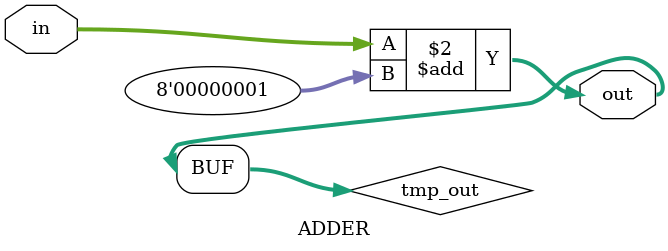
<source format=v>

module ADDER (in, out);

// ------------------------ PORT declaration ------------------------ //
input [7:0] in;
output [7:0] out;

// ------------------------- Registers/Wires ------------------------ //
reg [7:0] tmp_out;


always @(*)
begin
	tmp_out = in + 8'b00000001;
	
end

// Assign output and condition flags
assign out = tmp_out;


endmodule

</source>
